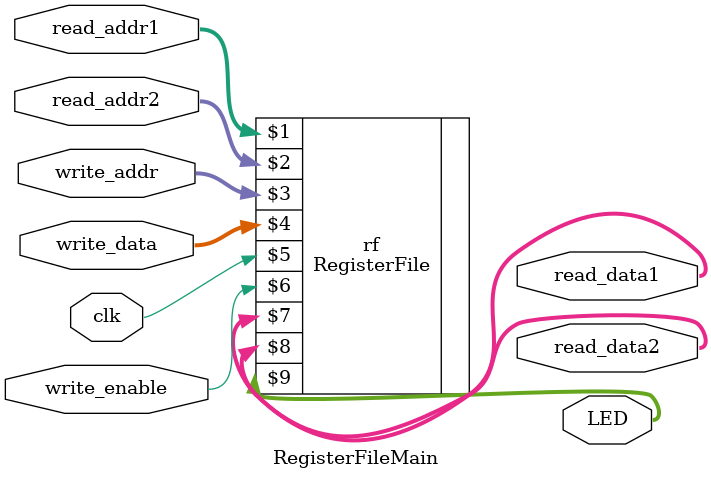
<source format=v>
module RegisterFileMain(
	input [1:0] read_addr1,
	input [1:0] read_addr2,
	input [1:0] write_addr,
	input [3:0] write_data,
	input clk,
	input write_enable,
	output [3:0] read_data1,
	output [3:0] read_data2,
	output [7:0] LED
	);
	
	RegisterFile rf(read_addr1, read_addr2, write_addr, write_data, clk, write_enable, read_data1, read_data2, LED);
	
endmodule
</source>
